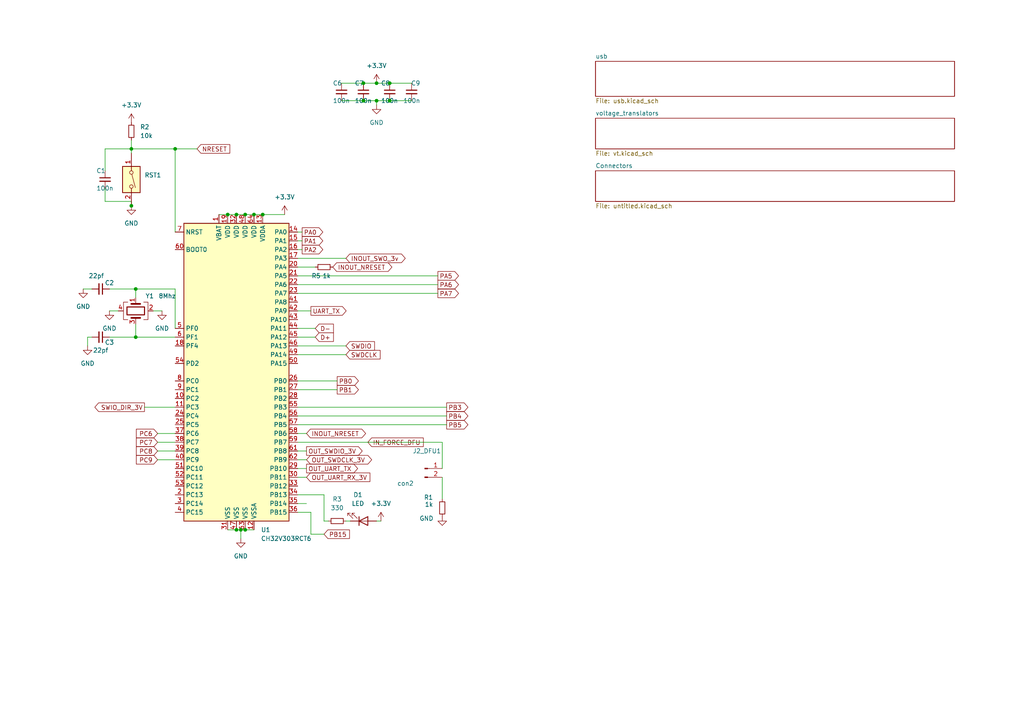
<source format=kicad_sch>
(kicad_sch (version 20231120) (generator "eeschema") (generator_version "8.0")
  (paper "A4")
  (title_block (title "Swindle CH32V303") (rev "H"))
  (lib_symbols
    (symbol "Connector:Conn_01x02_Pin" (pin_names (offset 1.016) hide)
      (property "Reference" "J" (at 0 2.54 0))
      (property "Value" "Conn_01x02_Pin" (at 0 -5.08 0))
      (symbol "Conn_01x02_Pin_1_1"
        (polyline (pts (xy 1.27 -2.54) (xy 0.8636 -2.54)) (stroke (width 0.1524)))
        (polyline (pts (xy 1.27 0) (xy 0.8636 0)) (stroke (width 0.1524)))
        (rectangle (start 0.8636 -2.413) (end 0 -2.667) (stroke (width 0.1524)) (fill (type outline)))
        (rectangle (start 0.8636 0.127) (end 0 -0.127) (stroke (width 0.1524)) (fill (type outline)))
        (pin passive line (at 5.08 0 180) (length 3.81) (name "Pin_1") (number "1"))
        (pin passive line (at 5.08 -2.54 180) (length 3.81) (name "Pin_2") (number "2"))
      )
    )
    (symbol "Device:C_Small" (pin_numbers hide) (pin_names (offset 0.254) hide)
      (property "Reference" "C" (at 0.254 1.778 0))
      (property "Value" "C_Small" (at 0.254 -2.032 0))
      (symbol "C_Small_0_1"
        (polyline (pts (xy -1.524 -0.508) (xy 1.524 -0.508)) (stroke (width 0.3302)))
        (polyline (pts (xy -1.524 0.508) (xy 1.524 0.508)) (stroke (width 0.3048)))
      )
      (symbol "C_Small_1_1"
        (pin passive line (at 0 2.54 270) (length 2.032) (name "~") (number "1"))
        (pin passive line (at 0 -2.54 90) (length 2.032) (name "~") (number "2"))
      )
    )
    (symbol "Device:Crystal_GND24" (pin_names (offset 1.016) hide)
      (property "Reference" "Y" (at 3.175 5.08 0))
      (property "Value" "Crystal_GND24" (at 3.175 3.175 0))
      (symbol "Crystal_GND24_0_1"
        (rectangle (start -1.143 2.54) (end 1.143 -2.54) (stroke (width 0.3048)))
        (polyline (pts (xy -2.54 0) (xy -2.032 0)))
        (polyline (pts (xy -2.032 -1.27) (xy -2.032 1.27)) (stroke (width 0.508)))
        (polyline (pts (xy 0 -3.81) (xy 0 -3.556)))
        (polyline (pts (xy 0 3.556) (xy 0 3.81)))
        (polyline (pts (xy 2.032 -1.27) (xy 2.032 1.27)) (stroke (width 0.508)))
        (polyline (pts (xy 2.032 0) (xy 2.54 0)))
        (polyline (pts (xy -2.54 -2.286) (xy -2.54 -3.556) (xy 2.54 -3.556) (xy 2.54 -2.286)))
        (polyline (pts (xy -2.54 2.286) (xy -2.54 3.556) (xy 2.54 3.556) (xy 2.54 2.286)))
      )
      (symbol "Crystal_GND24_1_1"
        (pin passive line (at -3.81 0 0) (length 1.27) (name "1") (number "1"))
        (pin passive line (at 0 5.08 270) (length 1.27) (name "2") (number "2"))
        (pin passive line (at 3.81 0 180) (length 1.27) (name "3") (number "3"))
        (pin passive line (at 0 -5.08 90) (length 1.27) (name "4") (number "4"))
      )
    )
    (symbol "Device:LED" (pin_numbers hide) (pin_names (offset 1.016) hide)
      (property "Reference" "D" (at 0 2.54 0))
      (property "Value" "LED" (at 0 -2.54 0))
      (symbol "LED_0_1"
        (polyline (pts (xy -1.27 -1.27) (xy -1.27 1.27)) (stroke (width 0.254)))
        (polyline (pts (xy -1.27 0) (xy 1.27 0)))
        (polyline (pts (xy 1.27 -1.27) (xy 1.27 1.27) (xy -1.27 0) (xy 1.27 -1.27)) (stroke (width 0.254)))
        (polyline (pts (xy -3.048 -0.762) (xy -4.572 -2.286) (xy -3.81 -2.286) (xy -4.572 -2.286) (xy -4.572 -1.524)))
        (polyline (pts (xy -1.778 -0.762) (xy -3.302 -2.286) (xy -2.54 -2.286) (xy -3.302 -2.286) (xy -3.302 -1.524)))
      )
      (symbol "LED_1_1"
        (pin passive line (at -3.81 0 0) (length 2.54) (name "K") (number "1"))
        (pin passive line (at 3.81 0 180) (length 2.54) (name "A") (number "2"))
      )
    )
    (symbol "Device:R_Small" (pin_numbers hide) (pin_names (offset 0.254) hide)
      (property "Reference" "R" (at 0.762 0.508 0))
      (property "Value" "R_Small" (at 0.762 -1.016 0))
      (symbol "R_Small_0_1"
        (rectangle (start -0.762 1.778) (end 0.762 -1.778) (stroke (width 0.2032)))
      )
      (symbol "R_Small_1_1"
        (pin passive line (at 0 2.54 270) (length 0.762) (name "~") (number "1"))
        (pin passive line (at 0 -2.54 90) (length 0.762) (name "~") (number "2"))
      )
    )
    (symbol "MCU_ST_STM32F3:STM32F303RCTx"
      (property "Reference" "U" (at -15.24 44.45 0))
      (property "Value" "STM32F303RCTx" (at 10.16 44.45 0))
      (symbol "STM32F303RCTx_0_1"
        (rectangle (start -15.24 -43.18) (end 15.24 43.18) (stroke (width 0.254)) (fill (type background)))
      )
      (symbol "STM32F303RCTx_1_1"
        (pin power_in line (at -5.08 45.72 270) (length 2.54) (name "VBAT") (number "1"))
        (pin bidirectional line (at -17.78 -7.62 0) (length 2.54) (name "PC2") (number "10"))
        (pin bidirectional line (at -17.78 -10.16 0) (length 2.54) (name "PC3") (number "11"))
        (pin power_in line (at 5.08 -45.72 90) (length 2.54) (name "VSSA") (number "12"))
        (pin power_in line (at 7.62 45.72 270) (length 2.54) (name "VDDA") (number "13"))
        (pin bidirectional line (at 17.78 40.64 180) (length 2.54) (name "PA0") (number "14"))
        (pin bidirectional line (at 17.78 38.1 180) (length 2.54) (name "PA1") (number "15"))
        (pin bidirectional line (at 17.78 35.56 180) (length 2.54) (name "PA2") (number "16"))
        (pin bidirectional line (at 17.78 33.02 180) (length 2.54) (name "PA3") (number "17"))
        (pin bidirectional line (at -17.78 7.62 0) (length 2.54) (name "PF4") (number "18"))
        (pin power_in line (at -2.54 45.72 270) (length 2.54) (name "VDD") (number "19"))
        (pin bidirectional line (at -17.78 -35.56 0) (length 2.54) (name "PC13") (number "2"))
        (pin bidirectional line (at 17.78 30.48 180) (length 2.54) (name "PA4") (number "20"))
        (pin bidirectional line (at 17.78 27.94 180) (length 2.54) (name "PA5") (number "21"))
        (pin bidirectional line (at 17.78 25.4 180) (length 2.54) (name "PA6") (number "22"))
        (pin bidirectional line (at 17.78 22.86 180) (length 2.54) (name "PA7") (number "23"))
        (pin bidirectional line (at -17.78 -12.7 0) (length 2.54) (name "PC4") (number "24"))
        (pin bidirectional line (at -17.78 -15.24 0) (length 2.54) (name "PC5") (number "25"))
        (pin bidirectional line (at 17.78 -2.54 180) (length 2.54) (name "PB0") (number "26"))
        (pin bidirectional line (at 17.78 -5.08 180) (length 2.54) (name "PB1") (number "27"))
        (pin bidirectional line (at 17.78 -7.62 180) (length 2.54) (name "PB2") (number "28"))
        (pin bidirectional line (at 17.78 -27.94 180) (length 2.54) (name "PB10") (number "29"))
        (pin bidirectional line (at -17.78 -38.1 0) (length 2.54) (name "PC14") (number "3"))
        (pin bidirectional line (at 17.78 -30.48 180) (length 2.54) (name "PB11") (number "30"))
        (pin power_in line (at -2.54 -45.72 90) (length 2.54) (name "VSS") (number "31"))
        (pin power_in line (at 0 45.72 270) (length 2.54) (name "VDD") (number "32"))
        (pin bidirectional line (at 17.78 -33.02 180) (length 2.54) (name "PB12") (number "33"))
        (pin bidirectional line (at 17.78 -35.56 180) (length 2.54) (name "PB13") (number "34"))
        (pin bidirectional line (at 17.78 -38.1 180) (length 2.54) (name "PB14") (number "35"))
        (pin bidirectional line (at 17.78 -40.64 180) (length 2.54) (name "PB15") (number "36"))
        (pin bidirectional line (at -17.78 -17.78 0) (length 2.54) (name "PC6") (number "37"))
        (pin bidirectional line (at -17.78 -20.32 0) (length 2.54) (name "PC7") (number "38"))
        (pin bidirectional line (at -17.78 -22.86 0) (length 2.54) (name "PC8") (number "39"))
        (pin bidirectional line (at -17.78 -40.64 0) (length 2.54) (name "PC15") (number "4"))
        (pin bidirectional line (at -17.78 -25.4 0) (length 2.54) (name "PC9") (number "40"))
        (pin bidirectional line (at 17.78 20.32 180) (length 2.54) (name "PA8") (number "41"))
        (pin bidirectional line (at 17.78 17.78 180) (length 2.54) (name "PA9") (number "42"))
        (pin bidirectional line (at 17.78 15.24 180) (length 2.54) (name "PA10") (number "43"))
        (pin bidirectional line (at 17.78 12.7 180) (length 2.54) (name "PA11") (number "44"))
        (pin bidirectional line (at 17.78 10.16 180) (length 2.54) (name "PA12") (number "45"))
        (pin bidirectional line (at 17.78 7.62 180) (length 2.54) (name "PA13") (number "46"))
        (pin power_in line (at 0 -45.72 90) (length 2.54) (name "VSS") (number "47"))
        (pin power_in line (at 2.54 45.72 270) (length 2.54) (name "VDD") (number "48"))
        (pin bidirectional line (at 17.78 5.08 180) (length 2.54) (name "PA14") (number "49"))
        (pin input line (at -17.78 12.7 0) (length 2.54) (name "PF0") (number "5"))
        (pin bidirectional line (at 17.78 2.54 180) (length 2.54) (name "PA15") (number "50"))
        (pin bidirectional line (at -17.78 -27.94 0) (length 2.54) (name "PC10") (number "51"))
        (pin bidirectional line (at -17.78 -30.48 0) (length 2.54) (name "PC11") (number "52"))
        (pin bidirectional line (at -17.78 -33.02 0) (length 2.54) (name "PC12") (number "53"))
        (pin bidirectional line (at -17.78 2.54 0) (length 2.54) (name "PD2") (number "54"))
        (pin bidirectional line (at 17.78 -10.16 180) (length 2.54) (name "PB3") (number "55"))
        (pin bidirectional line (at 17.78 -12.7 180) (length 2.54) (name "PB4") (number "56"))
        (pin bidirectional line (at 17.78 -15.24 180) (length 2.54) (name "PB5") (number "57"))
        (pin bidirectional line (at 17.78 -17.78 180) (length 2.54) (name "PB6") (number "58"))
        (pin bidirectional line (at 17.78 -20.32 180) (length 2.54) (name "PB7") (number "59"))
        (pin input line (at -17.78 10.16 0) (length 2.54) (name "PF1") (number "6"))
        (pin input line (at -17.78 35.56 0) (length 2.54) (name "BOOT0") (number "60"))
        (pin bidirectional line (at 17.78 -22.86 180) (length 2.54) (name "PB8") (number "61"))
        (pin bidirectional line (at 17.78 -25.4 180) (length 2.54) (name "PB9") (number "62"))
        (pin power_in line (at 2.54 -45.72 90) (length 2.54) (name "VSS") (number "63"))
        (pin power_in line (at 5.08 45.72 270) (length 2.54) (name "VDD") (number "64"))
        (pin input line (at -17.78 40.64 0) (length 2.54) (name "NRST") (number "7"))
        (pin bidirectional line (at -17.78 -2.54 0) (length 2.54) (name "PC0") (number "8"))
        (pin bidirectional line (at -17.78 -5.08 0) (length 2.54) (name "PC1") (number "9"))
      )
    )
    (symbol "Switch:SW_DIP_x01" (pin_names (offset 0) hide)
      (property "Reference" "SW" (at 0 3.81 0))
      (property "Value" "SW_DIP_x01" (at 0 -3.81 0))
      (symbol "SW_DIP_x01_0_0"
        (circle (center -2.032 0) (radius 0.508))
        (polyline (pts (xy -1.524 0.127) (xy 2.3622 1.1684)))
        (circle (center 2.032 0) (radius 0.508))
      )
      (symbol "SW_DIP_x01_0_1"
        (rectangle (start -3.81 2.54) (end 3.81 -2.54) (stroke (width 0.254)) (fill (type background)))
      )
      (symbol "SW_DIP_x01_1_1"
        (pin passive line (at -7.62 0 0) (length 5.08) (name "~") (number "1"))
        (pin passive line (at 7.62 0 180) (length 5.08) (name "~") (number "2"))
      )
    )
    (symbol "power:+3.3V" (power) (pin_names (offset 0))
      (property "Value" "+3.3V" (at 0 3.556 0))
      (symbol "+3.3V_0_1"
        (polyline (pts (xy -0.762 1.27) (xy 0 2.54)))
        (polyline (pts (xy 0 0) (xy 0 2.54)))
        (polyline (pts (xy 0 2.54) (xy 0.762 1.27)))
      )
      (symbol "+3.3V_1_1"
        (pin power_in line (at 0 0 90) (length 0) hide (name "+3.3V") (number "1"))
      )
    )
    (symbol "power:GND" (power) (pin_names (offset 0))
      (property "Value" "GND" (at 0 -3.81 0))
      (symbol "GND_0_1"
        (polyline (pts (xy 0 0) (xy 0 -1.27) (xy 1.27 -1.27) (xy 0 -2.54) (xy -1.27 -1.27) (xy 0 -1.27)))
      )
      (symbol "GND_1_1"
        (pin power_in line (at 0 0 270) (length 0) hide (name "GND") (number "1"))
      )
    )
  )
  (junction (at 105.41 29.21))
  (junction (at 113.03 24.13))
  (junction (at 50.8 43.18))
  (junction (at 68.58 153.67))
  (junction (at 71.12 153.67))
  (junction (at 73.66 62.23))
  (junction (at 105.41 24.13))
  (junction (at 38.1 43.18))
  (junction (at 69.85 153.67))
  (junction (at 109.22 24.13))
  (junction (at 39.37 83.82))
  (junction (at 68.58 62.23))
  (junction (at 76.2 62.23))
  (junction (at 39.37 97.79))
  (junction (at 71.12 62.23))
  (junction (at 113.03 29.21))
  (junction (at 38.1 59.69))
  (junction (at 66.04 62.23))
  (junction (at 109.22 29.21))
  (wire (pts (xy 105.41 29.21) (xy 109.22 29.21)))
  (wire (pts (xy 66.04 153.67) (xy 68.58 153.67)))
  (wire (pts (xy 31.75 90.17) (xy 34.29 90.17)))
  (wire (pts (xy 86.36 69.85) (xy 87.63 69.85)))
  (wire (pts (xy 38.1 40.64) (xy 38.1 43.18)))
  (wire (pts (xy 38.1 43.18) (xy 50.8 43.18)))
  (wire (pts (xy 69.85 153.67) (xy 71.12 153.67)))
  (wire (pts (xy 38.1 58.42) (xy 38.1 59.69)))
  (wire (pts (xy 86.36 110.49) (xy 97.79 110.49)))
  (wire (pts (xy 71.12 62.23) (xy 73.66 62.23)))
  (wire (pts (xy 86.36 74.93) (xy 100.33 74.93)))
  (wire (pts (xy 86.36 67.31) (xy 87.63 67.31)))
  (wire (pts (xy 86.36 82.55) (xy 127 82.55)))
  (wire (pts (xy 76.2 62.23) (xy 82.55 62.23)))
  (wire (pts (xy 31.75 83.82) (xy 39.37 83.82)))
  (wire (pts (xy 30.48 49.53) (xy 30.48 43.18)))
  (wire (pts (xy 30.48 54.61) (xy 30.48 58.42)))
  (wire (pts (xy 86.36 148.59) (xy 90.17 148.59)))
  (wire (pts (xy 86.36 72.39) (xy 87.63 72.39)))
  (wire (pts (xy 39.37 83.82) (xy 50.8 83.82)))
  (wire (pts (xy 39.37 93.98) (xy 39.37 97.79)))
  (wire (pts (xy 86.36 95.25) (xy 91.44 95.25)))
  (wire (pts (xy 31.75 97.79) (xy 39.37 97.79)))
  (wire (pts (xy 109.22 151.13) (xy 110.49 151.13)))
  (wire (pts (xy 93.98 143.51) (xy 93.98 151.13)))
  (wire (pts (xy 63.5 62.23) (xy 66.04 62.23)))
  (wire (pts (xy 109.22 29.21) (xy 113.03 29.21)))
  (wire (pts (xy 109.22 29.21) (xy 109.22 30.48)))
  (wire (pts (xy 68.58 153.67) (xy 69.85 153.67)))
  (wire (pts (xy 90.17 154.94) (xy 93.98 154.94)))
  (wire (pts (xy 50.8 43.18) (xy 57.15 43.18)))
  (wire (pts (xy 30.48 43.18) (xy 38.1 43.18)))
  (wire (pts (xy 100.33 151.13) (xy 101.6 151.13)))
  (wire (pts (xy 44.45 90.17) (xy 46.99 90.17)))
  (wire (pts (xy 86.36 125.73) (xy 88.9 125.73)))
  (wire (pts (xy 86.36 100.33) (xy 100.33 100.33)))
  (wire (pts (xy 45.72 125.73) (xy 50.8 125.73)))
  (wire (pts (xy 86.36 80.01) (xy 127 80.01)))
  (wire (pts (xy 38.1 43.18) (xy 38.1 44.45)))
  (wire (pts (xy 86.36 77.47) (xy 91.44 77.47)))
  (wire (pts (xy 128.27 128.27) (xy 128.27 135.89)))
  (wire (pts (xy 109.22 24.13) (xy 113.03 24.13)))
  (wire (pts (xy 30.48 58.42) (xy 38.1 58.42)))
  (wire (pts (xy 45.72 133.35) (xy 50.8 133.35)))
  (wire (pts (xy 86.36 135.89) (xy 88.9 135.89)))
  (wire (pts (xy 25.4 97.79) (xy 25.4 100.33)))
  (wire (pts (xy 25.4 97.79) (xy 26.67 97.79)))
  (wire (pts (xy 86.36 118.11) (xy 129.54 118.11)))
  (wire (pts (xy 86.36 138.43) (xy 88.9 138.43)))
  (wire (pts (xy 99.06 29.21) (xy 105.41 29.21)))
  (wire (pts (xy 69.85 153.67) (xy 69.85 156.21)))
  (wire (pts (xy 73.66 62.23) (xy 76.2 62.23)))
  (wire (pts (xy 68.58 62.23) (xy 71.12 62.23)))
  (wire (pts (xy 39.37 83.82) (xy 39.37 86.36)))
  (wire (pts (xy 86.36 143.51) (xy 93.98 143.51)))
  (wire (pts (xy 45.72 130.81) (xy 50.8 130.81)))
  (wire (pts (xy 50.8 43.18) (xy 50.8 67.31)))
  (wire (pts (xy 93.98 151.13) (xy 95.25 151.13)))
  (wire (pts (xy 86.36 90.17) (xy 90.17 90.17)))
  (wire (pts (xy 86.36 120.65) (xy 129.54 120.65)))
  (wire (pts (xy 86.36 113.03) (xy 97.79 113.03)))
  (wire (pts (xy 90.17 148.59) (xy 90.17 154.94)))
  (wire (pts (xy 86.36 97.79) (xy 91.44 97.79)))
  (wire (pts (xy 113.03 29.21) (xy 119.38 29.21)))
  (wire (pts (xy 71.12 153.67) (xy 73.66 153.67)))
  (wire (pts (xy 113.03 24.13) (xy 119.38 24.13)))
  (wire (pts (xy 86.36 102.87) (xy 100.33 102.87)))
  (wire (pts (xy 128.27 138.43) (xy 128.27 144.78)))
  (wire (pts (xy 86.36 128.27) (xy 128.27 128.27)))
  (wire (pts (xy 105.41 24.13) (xy 109.22 24.13)))
  (wire (pts (xy 50.8 95.25) (xy 50.8 83.82)))
  (wire (pts (xy 86.36 133.35) (xy 88.9 133.35)))
  (wire (pts (xy 66.04 62.23) (xy 68.58 62.23)))
  (wire (pts (xy 45.72 128.27) (xy 50.8 128.27)))
  (wire (pts (xy 86.36 85.09) (xy 127 85.09)))
  (wire (pts (xy 86.36 123.19) (xy 129.54 123.19)))
  (wire (pts (xy 39.37 97.79) (xy 50.8 97.79)))
  (wire (pts (xy 24.13 83.82) (xy 26.67 83.82)))
  (wire (pts (xy 86.36 130.81) (xy 88.9 130.81)))
  (wire (pts (xy 99.06 24.13) (xy 105.41 24.13)))
  (wire (pts (xy 41.91 118.11) (xy 50.8 118.11)))
  (wire (pts (xy 86.36 146.05) (xy 88.9 146.05)))
  (global_label "SWIO_DIR_3V" (shape output) (at 41.91 118.11 180) (property "Intersheetrefs" "${INTERSHEET_REFS}" (effects (hide yes))))
  (global_label "SWDCLK" (shape input) (at 100.33 102.87 0) (property "Intersheetrefs" "${INTERSHEET_REFS}" (effects (hide yes))))
  (global_label "PC8" (shape input) (at 45.72 130.81 180) (property "Intersheetrefs" "${INTERSHEET_REFS}" (effects (hide yes))))
  (global_label "PB1" (shape output) (at 97.79 113.03 0) (property "Intersheetrefs" "${INTERSHEET_REFS}" (effects (hide yes))))
  (global_label "D-" (shape input) (at 91.44 95.25 0) (property "Intersheetrefs" "${INTERSHEET_REFS}" (effects (hide yes))))
  (global_label "PB15" (shape input) (at 93.98 154.94 0) (property "Intersheetrefs" "${INTERSHEET_REFS}" (effects (hide yes))))
  (global_label "INOUT_SWO_3v" (shape bidirectional) (at 100.33 74.93 0) (property "Intersheetrefs" "${INTERSHEET_REFS}" (effects (hide yes))))
  (global_label "PB3" (shape output) (at 129.54 118.11 0) (property "Intersheetrefs" "${INTERSHEET_REFS}" (effects (hide yes))))
  (global_label "OUT_UART_RX_3V" (shape input) (at 88.9 138.43 0) (property "Intersheetrefs" "${INTERSHEET_REFS}" (effects (hide yes))))
  (global_label "PC9" (shape input) (at 45.72 133.35 180) (property "Intersheetrefs" "${INTERSHEET_REFS}" (effects (hide yes))))
  (global_label "PC7" (shape input) (at 45.72 128.27 180) (property "Intersheetrefs" "${INTERSHEET_REFS}" (effects (hide yes))))
  (global_label "PC6" (shape input) (at 45.72 125.73 180) (property "Intersheetrefs" "${INTERSHEET_REFS}" (effects (hide yes))))
  (global_label "PA5" (shape output) (at 127 80.01 0) (property "Intersheetrefs" "${INTERSHEET_REFS}" (effects (hide yes))))
  (global_label "OUT_UART_TX" (shape output) (at 88.9 135.89 0) (property "Intersheetrefs" "${INTERSHEET_REFS}" (effects (hide yes))))
  (global_label "UART_TX" (shape output) (at 90.17 90.17 0) (property "Intersheetrefs" "${INTERSHEET_REFS}" (effects (hide yes))))
  (global_label "OUT_SWDCLK_3V" (shape bidirectional) (at 88.9 133.35 0) (property "Intersheetrefs" "${INTERSHEET_REFS}" (effects (hide yes))))
  (global_label "PA7" (shape output) (at 127 85.09 0) (property "Intersheetrefs" "${INTERSHEET_REFS}" (effects (hide yes))))
  (global_label "PA6" (shape output) (at 127 82.55 0) (property "Intersheetrefs" "${INTERSHEET_REFS}" (effects (hide yes))))
  (global_label "PA2" (shape output) (at 87.63 72.39 0) (property "Intersheetrefs" "${INTERSHEET_REFS}" (effects (hide yes))))
  (global_label "D+" (shape input) (at 91.44 97.79 0) (property "Intersheetrefs" "${INTERSHEET_REFS}" (effects (hide yes))))
  (global_label "PB0" (shape output) (at 97.79 110.49 0) (property "Intersheetrefs" "${INTERSHEET_REFS}" (effects (hide yes))))
  (global_label "PB4" (shape output) (at 129.54 120.65 0) (property "Intersheetrefs" "${INTERSHEET_REFS}" (effects (hide yes))))
  (global_label "INOUT_NRESET" (shape bidirectional) (at 88.9 125.73 0) (property "Intersheetrefs" "${INTERSHEET_REFS}" (effects (hide yes))))
  (global_label "OUT_SWDIO_3V" (shape output) (at 88.9 130.81 0) (property "Intersheetrefs" "${INTERSHEET_REFS}" (effects (hide yes))))
  (global_label "IN_FORCE_DFU" (shape input) (at 106.68 128.27 0) (property "Intersheetrefs" "${INTERSHEET_REFS}" (effects (hide yes))))
  (global_label "SWDIO" (shape input) (at 100.33 100.33 0) (property "Intersheetrefs" "${INTERSHEET_REFS}" (effects (hide yes))))
  (global_label "PB5" (shape output) (at 129.54 123.19 0) (property "Intersheetrefs" "${INTERSHEET_REFS}" (effects (hide yes))))
  (global_label "PA0" (shape output) (at 87.63 67.31 0) (property "Intersheetrefs" "${INTERSHEET_REFS}" (effects (hide yes))))
  (global_label "NRESET" (shape input) (at 57.15 43.18 0) (property "Intersheetrefs" "${INTERSHEET_REFS}" (effects (hide yes))))
  (global_label "INOUT_NRESET" (shape bidirectional) (at 96.52 77.47 0) (property "Intersheetrefs" "${INTERSHEET_REFS}" (effects (hide yes))))
  (global_label "PA1" (shape output) (at 87.63 69.85 0) (property "Intersheetrefs" "${INTERSHEET_REFS}" (effects (hide yes))))
  (symbol (lib_id "Device:C_Small") (at 113.03 26.67 0) (unit 1)
    (property "Reference" "C8" (at 110.49 24.13 0) (effects (justify left)))
    (property "Value" "100n" (at 110.49 29.21 0) (effects (justify left)))
    (property "Footprint" "Resistor_SMD:R_0603_1608Metric" (effects (hide yes)))
  )
  (symbol (lib_id "Device:C_Small") (at 29.21 97.79 270) (unit 1)
    (property "Reference" "C3" (at 31.75 99.314 90))
    (property "Value" "22pf" (at 29.21 101.6 90))
    (property "Footprint" "Resistor_SMD:R_0603_1608Metric" (effects (hide yes)))
  )
  (symbol (lib_id "Switch:SW_DIP_x01") (at 38.1 52.07 270) (unit 1)
    (property "Reference" "RST1" (at 41.91 50.8 90) (effects (justify left)))
    (property "Value" "SW_DIP_x01" (effects (hide yes)))
    (property "Footprint" "Button_Switch_SMD:SW_SPST_CK_RS282G05A3" (effects (hide yes)))
  )
  (symbol (lib_id "Device:R_Small") (at 128.27 147.32 0) (unit 1)
    (property "Reference" "R1" (at 122.936 144.272 0) (effects (justify left)))
    (property "Value" "1k" (at 123.19 146.304 0) (effects (justify left)))
    (property "Footprint" "Resistor_SMD:R_0603_1608Metric" (effects (hide yes)))
  )
  (symbol (lib_id "Device:C_Small") (at 119.38 26.67 0) (mirror y) (unit 1)
    (property "Reference" "C9" (at 121.92 24.13 0) (effects (justify left)))
    (property "Value" "100n" (at 121.92 29.21 0) (effects (justify left)))
    (property "Footprint" "Resistor_SMD:R_0603_1608Metric" (effects (hide yes)))
  )
  (symbol (lib_id "Device:LED") (at 105.41 151.13 0) (mirror x) (unit 1)
    (property "Reference" "D1" (at 103.8225 143.51 0))
    (property "Value" "LED" (at 103.8225 146.05 0))
    (property "Footprint" "Diode_SMD:D_0805_2012Metric" (effects (hide yes)))
  )
  (symbol (lib_id "Device:C_Small") (at 105.41 26.67 0) (unit 1)
    (property "Reference" "C7" (at 102.87 24.13 0) (effects (justify left)))
    (property "Value" "100n" (at 102.87 29.21 0) (effects (justify left)))
    (property "Footprint" "Resistor_SMD:R_0603_1608Metric" (effects (hide yes)))
  )
  (symbol (lib_id "power:+3.3V") (at 109.22 24.13 0) (unit 1)
    (property "Reference" "#PWR016" (effects (hide yes)))
    (property "Value" "+3.3V" (at 109.22 19.05 0))
  )
  (symbol (lib_id "power:GND") (at 46.99 90.17 0) (unit 1)
    (property "Reference" "#PWR01" (effects (hide yes)))
    (property "Value" "GND" (at 46.99 95.25 0))
  )
  (symbol (lib_id "power:+3.3V") (at 110.49 151.13 0) (mirror y) (unit 1)
    (property "Reference" "#PWR02" (effects (hide yes)))
    (property "Value" "+3.3V" (at 110.49 146.05 0))
  )
  (symbol (lib_id "Device:R_Small") (at 38.1 38.1 0) (unit 1)
    (property "Reference" "R2" (at 40.64 36.8299 0) (effects (justify left)))
    (property "Value" "10k" (at 40.64 39.3699 0) (effects (justify left)))
    (property "Footprint" "Resistor_SMD:R_0603_1608Metric" (effects (hide yes)))
  )
  (symbol (lib_id "MCU_ST_STM32F3:STM32F303RCTx") (at 68.58 107.95 0) (unit 1)
    (property "Reference" "U1" (at 75.6794 153.67 0) (effects (justify left)))
    (property "Value" "CH32V303RCT6" (at 75.6794 156.21 0) (effects (justify left)))
    (property "Footprint" "Package_QFP:LQFP-64_10x10mm_P0.5mm" (effects (hide yes)))
    (property "Datasheet" "http://www.st.com/st-web-ui/static/active/en/resource/technical/document/datasheet/DM00058181.pdf" (effects (hide yes)))
  )
  (symbol (lib_id "power:GND") (at 69.85 156.21 0) (unit 1)
    (property "Reference" "#PWR07" (effects (hide yes)))
    (property "Value" "GND" (at 69.85 161.29 0))
  )
  (symbol (lib_id "Device:C_Small") (at 99.06 26.67 0) (unit 1)
    (property "Reference" "C6" (at 96.52 24.13 0) (effects (justify left)))
    (property "Value" "100n" (at 96.52 29.21 0) (effects (justify left)))
    (property "Footprint" "Resistor_SMD:R_0603_1608Metric" (effects (hide yes)))
  )
  (symbol (lib_id "Device:C_Small") (at 30.48 52.07 0) (unit 1)
    (property "Reference" "C1" (at 27.94 49.53 0) (effects (justify left)))
    (property "Value" "100n" (at 27.94 54.61 0) (effects (justify left)))
    (property "Footprint" "Resistor_SMD:R_0603_1608Metric" (effects (hide yes)))
  )
  (symbol (lib_id "Connector:Conn_01x02_Pin") (at 123.19 135.89 0) (unit 1)
    (property "Reference" "J2_DFU1" (at 123.825 130.81 0))
    (property "Value" "con2" (at 117.602 140.208 0))
    (property "Footprint" "Connector_PinHeader_1.27mm:PinHeader_1x02_P1.27mm_Vertical" (effects (hide yes)))
    (property "Description" "Generic connector, single row, 01x02, script generated" (effects (hide yes)))
  )
  (symbol (lib_id "power:GND") (at 24.13 83.82 0) (unit 1)
    (property "Reference" "#PWR03" (effects (hide yes)))
    (property "Value" "GND" (at 24.13 88.9 0))
  )
  (symbol (lib_id "power:GND") (at 25.4 100.33 0) (unit 1)
    (property "Reference" "#PWR04" (effects (hide yes)))
    (property "Value" "GND" (at 25.4 105.41 0))
  )
  (symbol (lib_id "power:GND") (at 109.22 30.48 0) (unit 1)
    (property "Reference" "#PWR017" (effects (hide yes)))
    (property "Value" "GND" (at 109.22 35.56 0))
  )
  (symbol (lib_id "power:GND") (at 38.1 59.69 0) (unit 1)
    (property "Reference" "#PWR06" (effects (hide yes)))
    (property "Value" "GND" (at 38.1 64.77 0))
  )
  (symbol (lib_id "Device:R_Small") (at 97.79 151.13 270) (unit 1)
    (property "Reference" "R3" (at 97.79 144.78 90))
    (property "Value" "330" (at 97.79 147.32 90))
    (property "Footprint" "Resistor_SMD:R_0603_1608Metric" (effects (hide yes)))
  )
  (symbol (lib_id "power:GND") (at 31.75 90.17 0) (unit 1)
    (property "Reference" "#PWR011" (effects (hide yes)))
    (property "Value" "GND" (at 31.75 95.25 0))
  )
  (symbol (lib_id "Device:Crystal_GND24") (at 39.37 90.17 270) (unit 1)
    (property "Reference" "Y1" (at 42.164 85.852 90) (effects (justify left)))
    (property "Value" "8Mhz" (at 45.974 85.852 90) (effects (justify left)))
    (property "Footprint" "footprints:Crystal_SMD_TXC_7M-4Pin_3.2x2.5mm_45deg" (effects (hide yes)))
    (property "Datasheet" "https://www.digikey.de/de/products/detail/txc-corporation/7M-12-000MAAE-T/3674337" (effects (hide yes)))
  )
  (symbol (lib_id "power:GND") (at 128.27 149.86 0) (unit 1)
    (property "Reference" "#PWR018" (effects (hide yes)))
    (property "Value" "GND" (at 123.698 150.368 0))
  )
  (symbol (lib_id "Device:C_Small") (at 29.21 83.82 270) (unit 1)
    (property "Reference" "C2" (at 31.75 82.042 90))
    (property "Value" "22pf" (at 27.94 80.01 90))
    (property "Footprint" "Resistor_SMD:R_0603_1608Metric" (effects (hide yes)))
  )
  (symbol (lib_id "Device:R_Small") (at 93.98 77.47 270) (unit 1)
    (property "Reference" "R5" (at 91.694 80.01 90))
    (property "Value" "1k" (at 94.742 80.01 90))
    (property "Footprint" "Resistor_SMD:R_0603_1608Metric" (effects (hide yes)))
  )
  (symbol (lib_id "power:+3.3V") (at 38.1 35.56 0) (unit 1)
    (property "Reference" "#PWR05" (effects (hide yes)))
    (property "Value" "+3.3V" (at 38.1 30.48 0))
  )
  (symbol (lib_id "power:+3.3V") (at 82.55 62.23 0) (unit 1)
    (property "Reference" "#PWR08" (effects (hide yes)))
    (property "Value" "+3.3V" (at 82.55 57.15 0))
  )
  (sheet (at 172.72 34.29) (size 104.14 8.89) (stroke (width 0.1524))
    (property "Sheetname" "voltage_translators" (at 172.72 33.5784 0) (effects (justify left bottom)))
    (property "Sheetfile" "vt.kicad_sch" (at 172.72 43.7646 0) (effects (justify left top)))
  )
  (sheet (at 172.72 17.78) (size 104.14 10.16) (stroke (width 0.1524))
    (property "Sheetname" "usb" (at 172.72 17.0684 0) (effects (justify left bottom)))
    (property "Sheetfile" "usb.kicad_sch" (at 172.72 28.5246 0) (effects (justify left top)))
  )
  (sheet (at 172.72 49.53) (size 104.14 8.89) (stroke (width 0.1524))
    (property "Sheetname" "Connectors" (at 172.72 48.8184 0) (effects (justify left bottom)))
    (property "Sheetfile" "untitled.kicad_sch" (at 172.72 59.0046 0) (effects (justify left top)))
  )
)
</source>
